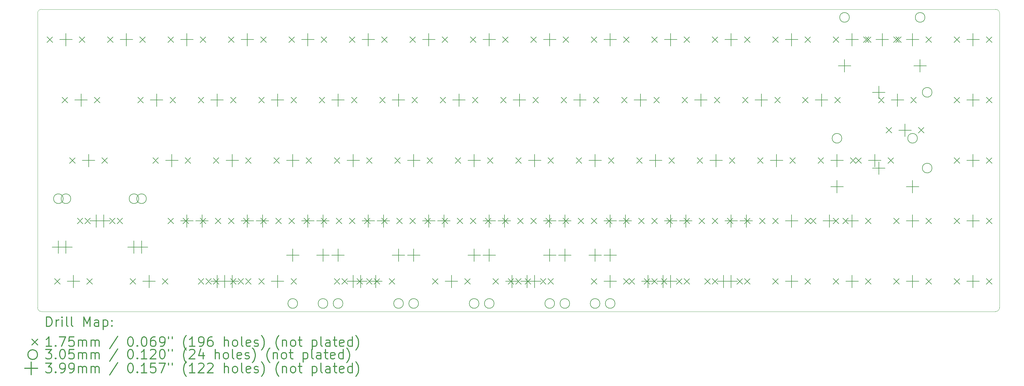
<source format=gbr>
%FSLAX45Y45*%
G04 Gerber Fmt 4.5, Leading zero omitted, Abs format (unit mm)*
G04 Created by KiCad (PCBNEW (5.1.8-0-10_14)) date 2021-09-26 01:45:02*
%MOMM*%
%LPD*%
G01*
G04 APERTURE LIST*
%TA.AperFunction,Profile*%
%ADD10C,0.050000*%
%TD*%
%ADD11C,0.200000*%
%ADD12C,0.300000*%
G04 APERTURE END LIST*
D10*
X-297657Y-12144385D02*
X29765650Y-12144385D01*
X-297657Y-2619377D02*
X29765650Y-2619377D01*
X-416719Y-2738440D02*
G75*
G02*
X-297657Y-2619377I119063J0D01*
G01*
X-416719Y-12025323D02*
X-416719Y-2738440D01*
X-297657Y-12144385D02*
G75*
G02*
X-416719Y-12025323I0J119063D01*
G01*
X29884713Y-2738440D02*
X29884713Y-12025323D01*
X29884713Y-12025323D02*
G75*
G02*
X29765650Y-12144385I-119063J0D01*
G01*
X29765650Y-2619377D02*
G75*
G02*
X29884713Y-2738440I0J-119063D01*
G01*
D11*
X11310750Y-3484375D02*
X11485750Y-3659375D01*
X11485750Y-3484375D02*
X11310750Y-3659375D01*
X12326750Y-3484375D02*
X12501750Y-3659375D01*
X12501750Y-3484375D02*
X12326750Y-3659375D01*
X6548250Y-5389375D02*
X6723250Y-5564375D01*
X6723250Y-5389375D02*
X6548250Y-5564375D01*
X7564250Y-5389375D02*
X7739250Y-5564375D01*
X7739250Y-5389375D02*
X7564250Y-5564375D01*
X26550750Y-9199375D02*
X26725750Y-9374375D01*
X26725750Y-9199375D02*
X26550750Y-9374375D01*
X27566750Y-9199375D02*
X27741750Y-9374375D01*
X27741750Y-9199375D02*
X27566750Y-9374375D01*
X9882000Y-9199375D02*
X10057000Y-9374375D01*
X10057000Y-9199375D02*
X9882000Y-9374375D01*
X10898000Y-9199375D02*
X11073000Y-9374375D01*
X11073000Y-9199375D02*
X10898000Y-9374375D01*
X28455750Y-7294375D02*
X28630750Y-7469375D01*
X28630750Y-7294375D02*
X28455750Y-7469375D01*
X29471750Y-7294375D02*
X29646750Y-7469375D01*
X29646750Y-7294375D02*
X29471750Y-7469375D01*
X24645771Y-9199383D02*
X24820771Y-9374383D01*
X24820771Y-9199383D02*
X24645771Y-9374383D01*
X25661771Y-9199383D02*
X25836771Y-9374383D01*
X25836771Y-9199383D02*
X25661771Y-9374383D01*
X25598250Y-3484375D02*
X25773250Y-3659375D01*
X25773250Y-3484375D02*
X25598250Y-3659375D01*
X26614250Y-3484375D02*
X26789250Y-3659375D01*
X26789250Y-3484375D02*
X26614250Y-3659375D01*
X17025750Y-3484375D02*
X17200750Y-3659375D01*
X17200750Y-3484375D02*
X17025750Y-3659375D01*
X18041750Y-3484375D02*
X18216750Y-3659375D01*
X18216750Y-3484375D02*
X18041750Y-3659375D01*
X28455750Y-3484375D02*
X28630750Y-3659375D01*
X28630750Y-3484375D02*
X28455750Y-3659375D01*
X29471750Y-3484375D02*
X29646750Y-3659375D01*
X29646750Y-3484375D02*
X29471750Y-3659375D01*
X4643250Y-5389375D02*
X4818250Y-5564375D01*
X4818250Y-5389375D02*
X4643250Y-5564375D01*
X5659250Y-5389375D02*
X5834250Y-5564375D01*
X5834250Y-5389375D02*
X5659250Y-5564375D01*
X20835750Y-3484375D02*
X21010750Y-3659375D01*
X21010750Y-3484375D02*
X20835750Y-3659375D01*
X21851750Y-3484375D02*
X22026750Y-3659375D01*
X22026750Y-3484375D02*
X21851750Y-3659375D01*
X18216391Y-11104384D02*
X18391391Y-11279384D01*
X18391391Y-11104384D02*
X18216391Y-11279384D01*
X19232391Y-11104384D02*
X19407391Y-11279384D01*
X19407391Y-11104384D02*
X19232391Y-11279384D01*
X7977000Y-9199375D02*
X8152000Y-9374375D01*
X8152000Y-9199375D02*
X7977000Y-9374375D01*
X8993000Y-9199375D02*
X9168000Y-9374375D01*
X9168000Y-9199375D02*
X8993000Y-9374375D01*
X13215750Y-3484375D02*
X13390750Y-3659375D01*
X13390750Y-3484375D02*
X13215750Y-3659375D01*
X14231750Y-3484375D02*
X14406750Y-3659375D01*
X14406750Y-3484375D02*
X14231750Y-3659375D01*
X20835768Y-9199383D02*
X21010768Y-9374383D01*
X21010768Y-9199383D02*
X20835768Y-9374383D01*
X21851768Y-9199383D02*
X22026768Y-9374383D01*
X22026768Y-9199383D02*
X21851768Y-9374383D01*
X25360125Y-7294375D02*
X25535125Y-7469375D01*
X25535125Y-7294375D02*
X25360125Y-7469375D01*
X26376125Y-7294375D02*
X26551125Y-7469375D01*
X26551125Y-7294375D02*
X26376125Y-7469375D01*
X23931478Y-9199414D02*
X24106478Y-9374414D01*
X24106478Y-9199414D02*
X23931478Y-9374414D01*
X24947478Y-9199414D02*
X25122478Y-9374414D01*
X25122478Y-9199414D02*
X24947478Y-9374414D01*
X9643918Y-11104422D02*
X9818918Y-11279422D01*
X9818918Y-11104422D02*
X9643918Y-11279422D01*
X10659918Y-11104422D02*
X10834918Y-11279422D01*
X10834918Y-11104422D02*
X10659918Y-11279422D01*
X8929500Y-7294375D02*
X9104500Y-7469375D01*
X9104500Y-7294375D02*
X8929500Y-7469375D01*
X9945500Y-7294375D02*
X10120500Y-7469375D01*
X10120500Y-7294375D02*
X9945500Y-7469375D01*
X24645750Y-11104375D02*
X24820750Y-11279375D01*
X24820750Y-11104375D02*
X24645750Y-11279375D01*
X25661750Y-11104375D02*
X25836750Y-11279375D01*
X25836750Y-11104375D02*
X25661750Y-11279375D01*
X12739500Y-7294375D02*
X12914500Y-7469375D01*
X12914500Y-7294375D02*
X12739500Y-7469375D01*
X13755500Y-7294375D02*
X13930500Y-7469375D01*
X13930500Y-7294375D02*
X13755500Y-7469375D01*
X11310760Y-9199383D02*
X11485760Y-9374383D01*
X11485760Y-9199383D02*
X11310760Y-9374383D01*
X12326760Y-9199383D02*
X12501760Y-9374383D01*
X12501760Y-9199383D02*
X12326760Y-9374383D01*
X357000Y-5389375D02*
X532000Y-5564375D01*
X532000Y-5389375D02*
X357000Y-5564375D01*
X1373000Y-5389375D02*
X1548000Y-5564375D01*
X1548000Y-5389375D02*
X1373000Y-5564375D01*
X15597000Y-9199375D02*
X15772000Y-9374375D01*
X15772000Y-9199375D02*
X15597000Y-9374375D01*
X16613000Y-9199375D02*
X16788000Y-9374375D01*
X16788000Y-9199375D02*
X16613000Y-9374375D01*
X26550750Y-3484375D02*
X26725750Y-3659375D01*
X26725750Y-3484375D02*
X26550750Y-3659375D01*
X27566750Y-3484375D02*
X27741750Y-3659375D01*
X27741750Y-3484375D02*
X27566750Y-3659375D01*
X5595755Y-9199383D02*
X5770755Y-9374383D01*
X5770755Y-9199383D02*
X5595755Y-9374383D01*
X6611755Y-9199383D02*
X6786755Y-9374383D01*
X6786755Y-9199383D02*
X6611755Y-9374383D01*
X22264500Y-7294375D02*
X22439500Y-7469375D01*
X22439500Y-7294375D02*
X22264500Y-7469375D01*
X23280500Y-7294375D02*
X23455500Y-7469375D01*
X23455500Y-7294375D02*
X23280500Y-7469375D01*
X5119500Y-7294375D02*
X5294500Y-7469375D01*
X5294500Y-7294375D02*
X5119500Y-7469375D01*
X6135500Y-7294375D02*
X6310500Y-7469375D01*
X6310500Y-7294375D02*
X6135500Y-7469375D01*
X17025765Y-9199383D02*
X17200765Y-9374383D01*
X17200765Y-9199383D02*
X17025765Y-9374383D01*
X18041765Y-9199383D02*
X18216765Y-9374383D01*
X18216765Y-9199383D02*
X18041765Y-9374383D01*
X7500750Y-3484375D02*
X7675750Y-3659375D01*
X7675750Y-3484375D02*
X7500750Y-3659375D01*
X8516750Y-3484375D02*
X8691750Y-3659375D01*
X8691750Y-3484375D02*
X8516750Y-3659375D01*
X19883250Y-5389375D02*
X20058250Y-5564375D01*
X20058250Y-5389375D02*
X19883250Y-5564375D01*
X20899250Y-5389375D02*
X21074250Y-5564375D01*
X21074250Y-5389375D02*
X20899250Y-5564375D01*
X7024500Y-7294375D02*
X7199500Y-7469375D01*
X7199500Y-7294375D02*
X7024500Y-7469375D01*
X8040500Y-7294375D02*
X8215500Y-7469375D01*
X8215500Y-7294375D02*
X8040500Y-7469375D01*
X26550750Y-11104375D02*
X26725750Y-11279375D01*
X26725750Y-11104375D02*
X26550750Y-11279375D01*
X27566750Y-11104375D02*
X27741750Y-11279375D01*
X27741750Y-11104375D02*
X27566750Y-11279375D01*
X15120750Y-3484375D02*
X15295750Y-3659375D01*
X15295750Y-3484375D02*
X15120750Y-3659375D01*
X16136750Y-3484375D02*
X16311750Y-3659375D01*
X16311750Y-3484375D02*
X16136750Y-3659375D01*
X26312648Y-6341880D02*
X26487648Y-6516880D01*
X26487648Y-6341880D02*
X26312648Y-6516880D01*
X27328648Y-6341880D02*
X27503648Y-6516880D01*
X27503648Y-6341880D02*
X27328648Y-6516880D01*
X-119250Y-3484375D02*
X55750Y-3659375D01*
X55750Y-3484375D02*
X-119250Y-3659375D01*
X896750Y-3484375D02*
X1071750Y-3659375D01*
X1071750Y-3484375D02*
X896750Y-3659375D01*
X3690750Y-3484375D02*
X3865750Y-3659375D01*
X3865750Y-3484375D02*
X3690750Y-3659375D01*
X4706750Y-3484375D02*
X4881750Y-3659375D01*
X4881750Y-3484375D02*
X4706750Y-3659375D01*
X4167000Y-9199375D02*
X4342000Y-9374375D01*
X4342000Y-9199375D02*
X4167000Y-9374375D01*
X5183000Y-9199375D02*
X5358000Y-9374375D01*
X5358000Y-9199375D02*
X5183000Y-9374375D01*
X21788250Y-5389375D02*
X21963250Y-5564375D01*
X21963250Y-5389375D02*
X21788250Y-5564375D01*
X22804250Y-5389375D02*
X22979250Y-5564375D01*
X22979250Y-5389375D02*
X22804250Y-5564375D01*
X20597643Y-11104384D02*
X20772643Y-11279384D01*
X20772643Y-11104384D02*
X20597643Y-11279384D01*
X21613643Y-11104384D02*
X21788643Y-11279384D01*
X21788643Y-11104384D02*
X21613643Y-11279384D01*
X2738250Y-5389375D02*
X2913250Y-5564375D01*
X2913250Y-5389375D02*
X2738250Y-5564375D01*
X3754250Y-5389375D02*
X3929250Y-5564375D01*
X3929250Y-5389375D02*
X3754250Y-5564375D01*
X10358250Y-5389375D02*
X10533250Y-5564375D01*
X10533250Y-5389375D02*
X10358250Y-5564375D01*
X11374250Y-5389375D02*
X11549250Y-5564375D01*
X11549250Y-5389375D02*
X11374250Y-5564375D01*
X1071375Y-9199375D02*
X1246375Y-9374375D01*
X1246375Y-9199375D02*
X1071375Y-9374375D01*
X2087375Y-9199375D02*
X2262375Y-9374375D01*
X2262375Y-9199375D02*
X2087375Y-9374375D01*
X22740770Y-9199383D02*
X22915770Y-9374383D01*
X22915770Y-9199383D02*
X22740770Y-9374383D01*
X23756770Y-9199383D02*
X23931770Y-9374383D01*
X23931770Y-9199383D02*
X23756770Y-9374383D01*
X13930186Y-11104422D02*
X14105186Y-11279422D01*
X14105186Y-11104422D02*
X13930186Y-11279422D01*
X14946186Y-11104422D02*
X15121186Y-11279422D01*
X15121186Y-11104422D02*
X14946186Y-11279422D01*
X833251Y-9199383D02*
X1008251Y-9374383D01*
X1008251Y-9199383D02*
X833251Y-9374383D01*
X1849251Y-9199383D02*
X2024251Y-9374383D01*
X2024251Y-9199383D02*
X1849251Y-9374383D01*
X19407000Y-9199375D02*
X19582000Y-9374375D01*
X19582000Y-9199375D02*
X19407000Y-9374375D01*
X20423000Y-9199375D02*
X20598000Y-9374375D01*
X20598000Y-9199375D02*
X20423000Y-9374375D01*
X9405750Y-3484375D02*
X9580750Y-3659375D01*
X9580750Y-3484375D02*
X9405750Y-3659375D01*
X10421750Y-3484375D02*
X10596750Y-3659375D01*
X10596750Y-3484375D02*
X10421750Y-3659375D01*
X14644500Y-7294375D02*
X14819500Y-7469375D01*
X14819500Y-7294375D02*
X14644500Y-7469375D01*
X15660500Y-7294375D02*
X15835500Y-7469375D01*
X15835500Y-7294375D02*
X15660500Y-7469375D01*
X20835750Y-11104375D02*
X21010750Y-11279375D01*
X21010750Y-11104375D02*
X20835750Y-11279375D01*
X21851750Y-11104375D02*
X22026750Y-11279375D01*
X22026750Y-11104375D02*
X21851750Y-11279375D01*
X28455750Y-5389375D02*
X28630750Y-5564375D01*
X28630750Y-5389375D02*
X28455750Y-5564375D01*
X29471750Y-5389375D02*
X29646750Y-5564375D01*
X29646750Y-5389375D02*
X29471750Y-5564375D01*
X17978250Y-5389375D02*
X18153250Y-5564375D01*
X18153250Y-5389375D02*
X17978250Y-5564375D01*
X18994250Y-5389375D02*
X19169250Y-5564375D01*
X19169250Y-5389375D02*
X18994250Y-5564375D01*
X21312000Y-9199375D02*
X21487000Y-9374375D01*
X21487000Y-9199375D02*
X21312000Y-9374375D01*
X22328000Y-9199375D02*
X22503000Y-9374375D01*
X22503000Y-9199375D02*
X22328000Y-9374375D01*
X4643254Y-11104384D02*
X4818254Y-11279384D01*
X4818254Y-11104384D02*
X4643254Y-11279384D01*
X5659254Y-11104384D02*
X5834254Y-11279384D01*
X5834254Y-11104384D02*
X5659254Y-11279384D01*
X7500757Y-9199383D02*
X7675757Y-9374383D01*
X7675757Y-9199383D02*
X7500757Y-9374383D01*
X8516757Y-9199383D02*
X8691757Y-9374383D01*
X8691757Y-9199383D02*
X8516757Y-9374383D01*
X22740750Y-11104375D02*
X22915750Y-11279375D01*
X22915750Y-11104375D02*
X22740750Y-11279375D01*
X23756750Y-11104375D02*
X23931750Y-11279375D01*
X23931750Y-11104375D02*
X23756750Y-11279375D01*
X16073250Y-5389375D02*
X16248250Y-5564375D01*
X16248250Y-5389375D02*
X16073250Y-5564375D01*
X17089250Y-5389375D02*
X17264250Y-5564375D01*
X17264250Y-5389375D02*
X17089250Y-5564375D01*
X13692000Y-9199375D02*
X13867000Y-9374375D01*
X13867000Y-9199375D02*
X13692000Y-9374375D01*
X14708000Y-9199375D02*
X14883000Y-9374375D01*
X14883000Y-9199375D02*
X14708000Y-9374375D01*
X17502000Y-9199375D02*
X17677000Y-9374375D01*
X17677000Y-9199375D02*
X17502000Y-9374375D01*
X18518000Y-9199375D02*
X18693000Y-9374375D01*
X18693000Y-9199375D02*
X18518000Y-9374375D01*
X6548250Y-11104375D02*
X6723250Y-11279375D01*
X6723250Y-11104375D02*
X6548250Y-11279375D01*
X7564250Y-11104375D02*
X7739250Y-11279375D01*
X7739250Y-11104375D02*
X7564250Y-11279375D01*
X12025136Y-11104384D02*
X12200136Y-11279384D01*
X12200136Y-11104384D02*
X12025136Y-11279384D01*
X13041136Y-11104384D02*
X13216136Y-11279384D01*
X13216136Y-11104384D02*
X13041136Y-11279384D01*
X6072000Y-9199375D02*
X6247000Y-9374375D01*
X6247000Y-9199375D02*
X6072000Y-9374375D01*
X7088000Y-9199375D02*
X7263000Y-9374375D01*
X7263000Y-9199375D02*
X7088000Y-9374375D01*
X28455750Y-9199375D02*
X28630750Y-9374375D01*
X28630750Y-9199375D02*
X28455750Y-9374375D01*
X29471750Y-9199375D02*
X29646750Y-9374375D01*
X29646750Y-9199375D02*
X29471750Y-9374375D01*
X9167666Y-11104422D02*
X9342666Y-11279422D01*
X9342666Y-11104422D02*
X9167666Y-11279422D01*
X10183666Y-11104422D02*
X10358666Y-11279422D01*
X10358666Y-11104422D02*
X10183666Y-11279422D01*
X13215762Y-9199383D02*
X13390762Y-9374383D01*
X13390762Y-9199383D02*
X13215762Y-9374383D01*
X14231762Y-9199383D02*
X14406762Y-9374383D01*
X14406762Y-9199383D02*
X14231762Y-9374383D01*
X4881375Y-11104375D02*
X5056375Y-11279375D01*
X5056375Y-11104375D02*
X4881375Y-11279375D01*
X5897375Y-11104375D02*
X6072375Y-11279375D01*
X6072375Y-11104375D02*
X5897375Y-11279375D01*
X26074500Y-5389375D02*
X26249500Y-5564375D01*
X26249500Y-5389375D02*
X26074500Y-5564375D01*
X27090500Y-5389375D02*
X27265500Y-5564375D01*
X27265500Y-5389375D02*
X27090500Y-5564375D01*
X20359500Y-7294375D02*
X20534500Y-7469375D01*
X20534500Y-7294375D02*
X20359500Y-7469375D01*
X21375500Y-7294375D02*
X21550500Y-7469375D01*
X21550500Y-7294375D02*
X21375500Y-7469375D01*
X24169521Y-7294381D02*
X24344521Y-7469381D01*
X24344521Y-7294381D02*
X24169521Y-7469381D01*
X25185521Y-7294381D02*
X25360521Y-7469381D01*
X25360521Y-7294381D02*
X25185521Y-7469381D01*
X24645750Y-3484375D02*
X24820750Y-3659375D01*
X24820750Y-3484375D02*
X24645750Y-3659375D01*
X25661750Y-3484375D02*
X25836750Y-3659375D01*
X25836750Y-3484375D02*
X25661750Y-3659375D01*
X595125Y-7294375D02*
X770125Y-7469375D01*
X770125Y-7294375D02*
X595125Y-7469375D01*
X1611125Y-7294375D02*
X1786125Y-7469375D01*
X1786125Y-7294375D02*
X1611125Y-7469375D01*
X8929500Y-11104375D02*
X9104500Y-11279375D01*
X9104500Y-11104375D02*
X8929500Y-11279375D01*
X9945500Y-11104375D02*
X10120500Y-11279375D01*
X10120500Y-11104375D02*
X9945500Y-11279375D01*
X3214500Y-7294375D02*
X3389500Y-7469375D01*
X3389500Y-7294375D02*
X3214500Y-7469375D01*
X4230500Y-7294375D02*
X4405500Y-7469375D01*
X4405500Y-7294375D02*
X4230500Y-7469375D01*
X18692625Y-11104375D02*
X18867625Y-11279375D01*
X18867625Y-11104375D02*
X18692625Y-11279375D01*
X19708625Y-11104375D02*
X19883625Y-11279375D01*
X19883625Y-11104375D02*
X19708625Y-11279375D01*
X5595750Y-3484375D02*
X5770750Y-3659375D01*
X5770750Y-3484375D02*
X5595750Y-3659375D01*
X6611750Y-3484375D02*
X6786750Y-3659375D01*
X6786750Y-3484375D02*
X6611750Y-3659375D01*
X14406438Y-11104422D02*
X14581438Y-11279422D01*
X14581438Y-11104422D02*
X14406438Y-11279422D01*
X15422438Y-11104422D02*
X15597438Y-11279422D01*
X15597438Y-11104422D02*
X15422438Y-11279422D01*
X18930766Y-9199383D02*
X19105766Y-9374383D01*
X19105766Y-9199383D02*
X18930766Y-9374383D01*
X19946766Y-9199383D02*
X20121766Y-9374383D01*
X20121766Y-9199383D02*
X19946766Y-9374383D01*
X22740750Y-3484375D02*
X22915750Y-3659375D01*
X22915750Y-3484375D02*
X22740750Y-3659375D01*
X23756750Y-3484375D02*
X23931750Y-3659375D01*
X23931750Y-3484375D02*
X23756750Y-3659375D01*
X2500125Y-11104375D02*
X2675125Y-11279375D01*
X2675125Y-11104375D02*
X2500125Y-11279375D01*
X3516125Y-11104375D02*
X3691125Y-11279375D01*
X3691125Y-11104375D02*
X3516125Y-11279375D01*
X5119505Y-11104384D02*
X5294505Y-11279384D01*
X5294505Y-11104384D02*
X5119505Y-11279384D01*
X6135505Y-11104384D02*
X6310505Y-11279384D01*
X6310505Y-11104384D02*
X6135505Y-11279384D01*
X11787000Y-9199375D02*
X11962000Y-9374375D01*
X11962000Y-9199375D02*
X11787000Y-9374375D01*
X12803000Y-9199375D02*
X12978000Y-9374375D01*
X12978000Y-9199375D02*
X12803000Y-9374375D01*
X9405758Y-9199383D02*
X9580758Y-9374383D01*
X9580758Y-9199383D02*
X9405758Y-9374383D01*
X10421758Y-9199383D02*
X10596758Y-9374383D01*
X10596758Y-9199383D02*
X10421758Y-9374383D01*
X118875Y-11104375D02*
X293875Y-11279375D01*
X293875Y-11104375D02*
X118875Y-11279375D01*
X1134875Y-11104375D02*
X1309875Y-11279375D01*
X1309875Y-11104375D02*
X1134875Y-11279375D01*
X1785750Y-3484375D02*
X1960750Y-3659375D01*
X1960750Y-3484375D02*
X1785750Y-3659375D01*
X2801750Y-3484375D02*
X2976750Y-3659375D01*
X2976750Y-3484375D02*
X2801750Y-3659375D01*
X12263250Y-5389375D02*
X12438250Y-5564375D01*
X12438250Y-5389375D02*
X12263250Y-5564375D01*
X13279250Y-5389375D02*
X13454250Y-5564375D01*
X13454250Y-5389375D02*
X13279250Y-5564375D01*
X16549500Y-7294375D02*
X16724500Y-7469375D01*
X16724500Y-7294375D02*
X16549500Y-7469375D01*
X17565500Y-7294375D02*
X17740500Y-7469375D01*
X17740500Y-7294375D02*
X17565500Y-7469375D01*
X10834500Y-7294375D02*
X11009500Y-7469375D01*
X11009500Y-7294375D02*
X10834500Y-7469375D01*
X11850500Y-7294375D02*
X12025500Y-7469375D01*
X12025500Y-7294375D02*
X11850500Y-7469375D01*
X14168250Y-5389375D02*
X14343250Y-5564375D01*
X14343250Y-5389375D02*
X14168250Y-5564375D01*
X15184250Y-5389375D02*
X15359250Y-5564375D01*
X15359250Y-5389375D02*
X15184250Y-5564375D01*
X3690754Y-9199383D02*
X3865754Y-9374383D01*
X3865754Y-9199383D02*
X3690754Y-9374383D01*
X4706754Y-9199383D02*
X4881754Y-9374383D01*
X4881754Y-9199383D02*
X4706754Y-9374383D01*
X23684250Y-5389375D02*
X23859250Y-5564375D01*
X23859250Y-5389375D02*
X23684250Y-5564375D01*
X24700250Y-5389375D02*
X24875250Y-5564375D01*
X24875250Y-5389375D02*
X24700250Y-5564375D01*
X14644500Y-11104375D02*
X14819500Y-11279375D01*
X14819500Y-11104375D02*
X14644500Y-11279375D01*
X15660500Y-11104375D02*
X15835500Y-11279375D01*
X15835500Y-11104375D02*
X15660500Y-11279375D01*
X17025750Y-11104375D02*
X17200750Y-11279375D01*
X17200750Y-11104375D02*
X17025750Y-11279375D01*
X18041750Y-11104375D02*
X18216750Y-11279375D01*
X18216750Y-11104375D02*
X18041750Y-11279375D01*
X18930766Y-11104384D02*
X19105766Y-11279384D01*
X19105766Y-11104384D02*
X18930766Y-11279384D01*
X19946766Y-11104384D02*
X20121766Y-11279384D01*
X20121766Y-11104384D02*
X19946766Y-11279384D01*
X8453250Y-5389375D02*
X8628250Y-5564375D01*
X8628250Y-5389375D02*
X8453250Y-5564375D01*
X9469250Y-5389375D02*
X9644250Y-5564375D01*
X9644250Y-5389375D02*
X9469250Y-5564375D01*
X28455750Y-11104375D02*
X28630750Y-11279375D01*
X28630750Y-11104375D02*
X28455750Y-11279375D01*
X29471750Y-11104375D02*
X29646750Y-11279375D01*
X29646750Y-11104375D02*
X29471750Y-11279375D01*
X15120763Y-9199383D02*
X15295763Y-9374383D01*
X15295763Y-9199383D02*
X15120763Y-9374383D01*
X16136763Y-9199383D02*
X16311763Y-9374383D01*
X16311763Y-9199383D02*
X16136763Y-9374383D01*
X18930750Y-3484375D02*
X19105750Y-3659375D01*
X19105750Y-3484375D02*
X18930750Y-3659375D01*
X19946750Y-3484375D02*
X20121750Y-3659375D01*
X20121750Y-3484375D02*
X19946750Y-3659375D01*
X18454500Y-7294375D02*
X18629500Y-7469375D01*
X18629500Y-7294375D02*
X18454500Y-7469375D01*
X19470500Y-7294375D02*
X19645500Y-7469375D01*
X19645500Y-7294375D02*
X19470500Y-7469375D01*
X13487461Y-11890422D02*
G75*
G03*
X13487461Y-11890422I-152400J0D01*
G01*
X15868711Y-11890422D02*
G75*
G03*
X15868711Y-11890422I-152400J0D01*
G01*
X390526Y-8588383D02*
G75*
G03*
X390526Y-8588383I-152400J0D01*
G01*
X2771776Y-8588383D02*
G75*
G03*
X2771776Y-8588383I-152400J0D01*
G01*
X7773046Y-11890384D02*
G75*
G03*
X7773046Y-11890384I-152400J0D01*
G01*
X17773026Y-11890384D02*
G75*
G03*
X17773026Y-11890384I-152400J0D01*
G01*
X8724941Y-11890422D02*
G75*
G03*
X8724941Y-11890422I-152400J0D01*
G01*
X11106191Y-11890422D02*
G75*
G03*
X11106191Y-11890422I-152400J0D01*
G01*
X7772400Y-11890375D02*
G75*
G03*
X7772400Y-11890375I-152400J0D01*
G01*
X11582400Y-11890375D02*
G75*
G03*
X11582400Y-11890375I-152400J0D01*
G01*
X13963713Y-11890422D02*
G75*
G03*
X13963713Y-11890422I-152400J0D01*
G01*
X16344963Y-11890422D02*
G75*
G03*
X16344963Y-11890422I-152400J0D01*
G01*
X13487400Y-11890375D02*
G75*
G03*
X13487400Y-11890375I-152400J0D01*
G01*
X17297400Y-11890375D02*
G75*
G03*
X17297400Y-11890375I-152400J0D01*
G01*
X25155525Y-2873375D02*
G75*
G03*
X25155525Y-2873375I-152400J0D01*
G01*
X27536775Y-2873375D02*
G75*
G03*
X27536775Y-2873375I-152400J0D01*
G01*
X24917400Y-6683375D02*
G75*
G03*
X24917400Y-6683375I-152400J0D01*
G01*
X27298650Y-6683375D02*
G75*
G03*
X27298650Y-6683375I-152400J0D01*
G01*
X9201193Y-11890422D02*
G75*
G03*
X9201193Y-11890422I-152400J0D01*
G01*
X11582443Y-11890422D02*
G75*
G03*
X11582443Y-11890422I-152400J0D01*
G01*
X27759048Y-5235580D02*
G75*
G03*
X27759048Y-5235580I-152400J0D01*
G01*
X27759048Y-7623180D02*
G75*
G03*
X27759048Y-7623180I-152400J0D01*
G01*
X628650Y-8588375D02*
G75*
G03*
X628650Y-8588375I-152400J0D01*
G01*
X3009900Y-8588375D02*
G75*
G03*
X3009900Y-8588375I-152400J0D01*
G01*
X20478750Y-5277485D02*
X20478750Y-5676265D01*
X20279360Y-5476875D02*
X20678140Y-5476875D01*
X7620000Y-7182485D02*
X7620000Y-7581265D01*
X7420610Y-7381875D02*
X7819390Y-7381875D01*
X27146250Y-10992485D02*
X27146250Y-11391265D01*
X26946860Y-11191875D02*
X27345640Y-11191875D01*
X15716250Y-3372485D02*
X15716250Y-3771265D01*
X15516860Y-3571875D02*
X15915640Y-3571875D01*
X26082648Y-5036190D02*
X26082648Y-5434970D01*
X25883258Y-5235580D02*
X26282038Y-5235580D01*
X26082648Y-7423790D02*
X26082648Y-7822570D01*
X25883258Y-7623180D02*
X26282038Y-7623180D01*
X26908148Y-6229990D02*
X26908148Y-6628770D01*
X26708758Y-6429380D02*
X27107538Y-6429380D01*
X476250Y-3372485D02*
X476250Y-3771265D01*
X276860Y-3571875D02*
X675640Y-3571875D01*
X4286250Y-3372485D02*
X4286250Y-3771265D01*
X4086860Y-3571875D02*
X4485640Y-3571875D01*
X4762500Y-9087485D02*
X4762500Y-9486265D01*
X4563110Y-9286875D02*
X4961890Y-9286875D01*
X22383750Y-5277485D02*
X22383750Y-5676265D01*
X22184360Y-5476875D02*
X22583140Y-5476875D01*
X21193143Y-10992494D02*
X21193143Y-11391274D01*
X20993753Y-11191884D02*
X21392533Y-11191884D01*
X3333750Y-5277485D02*
X3333750Y-5676265D01*
X3134360Y-5476875D02*
X3533140Y-5476875D01*
X10953750Y-5277485D02*
X10953750Y-5676265D01*
X10754360Y-5476875D02*
X11153140Y-5476875D01*
X476250Y-9912985D02*
X476250Y-10311765D01*
X276860Y-10112375D02*
X675640Y-10112375D01*
X1666875Y-9087485D02*
X1666875Y-9486265D01*
X1467485Y-9286875D02*
X1866265Y-9286875D01*
X2857500Y-9912985D02*
X2857500Y-10311765D01*
X2658110Y-10112375D02*
X3056890Y-10112375D01*
X23336270Y-9087493D02*
X23336270Y-9486273D01*
X23136880Y-9286883D02*
X23535660Y-9286883D01*
X13335061Y-10167032D02*
X13335061Y-10565812D01*
X13135671Y-10366422D02*
X13534451Y-10366422D01*
X14525686Y-10992532D02*
X14525686Y-11391312D01*
X14326296Y-11191922D02*
X14725076Y-11191922D01*
X15716311Y-10167032D02*
X15716311Y-10565812D01*
X15516921Y-10366422D02*
X15915701Y-10366422D01*
X238126Y-9912993D02*
X238126Y-10311773D01*
X38736Y-10112383D02*
X437516Y-10112383D01*
X1428751Y-9087493D02*
X1428751Y-9486273D01*
X1229361Y-9286883D02*
X1628141Y-9286883D01*
X2619376Y-9912993D02*
X2619376Y-10311773D01*
X2419986Y-10112383D02*
X2818766Y-10112383D01*
X20002500Y-9087485D02*
X20002500Y-9486265D01*
X19803110Y-9286875D02*
X20201890Y-9286875D01*
X10001250Y-3372485D02*
X10001250Y-3771265D01*
X9801860Y-3571875D02*
X10200640Y-3571875D01*
X15240000Y-7182485D02*
X15240000Y-7581265D01*
X15040610Y-7381875D02*
X15439390Y-7381875D01*
X21431250Y-10992485D02*
X21431250Y-11391265D01*
X21231860Y-11191875D02*
X21630640Y-11191875D01*
X29051250Y-5277485D02*
X29051250Y-5676265D01*
X28851860Y-5476875D02*
X29250640Y-5476875D01*
X18573750Y-5277485D02*
X18573750Y-5676265D01*
X18374360Y-5476875D02*
X18773140Y-5476875D01*
X21907500Y-9087485D02*
X21907500Y-9486265D01*
X21708110Y-9286875D02*
X22106890Y-9286875D01*
X5238754Y-10992494D02*
X5238754Y-11391274D01*
X5039364Y-11191884D02*
X5438144Y-11191884D01*
X8096257Y-9087493D02*
X8096257Y-9486273D01*
X7896867Y-9286883D02*
X8295647Y-9286883D01*
X23336250Y-10992485D02*
X23336250Y-11391265D01*
X23136860Y-11191875D02*
X23535640Y-11191875D01*
X16668750Y-5277485D02*
X16668750Y-5676265D01*
X16469360Y-5476875D02*
X16868140Y-5476875D01*
X14287500Y-9087485D02*
X14287500Y-9486265D01*
X14088110Y-9286875D02*
X14486890Y-9286875D01*
X18097500Y-9087485D02*
X18097500Y-9486265D01*
X17898110Y-9286875D02*
X18296890Y-9286875D01*
X7143750Y-10992485D02*
X7143750Y-11391265D01*
X6944360Y-11191875D02*
X7343140Y-11191875D01*
X7620646Y-10166994D02*
X7620646Y-10565774D01*
X7421256Y-10366384D02*
X7820036Y-10366384D01*
X12620636Y-10992494D02*
X12620636Y-11391274D01*
X12421246Y-11191884D02*
X12820026Y-11191884D01*
X17620626Y-10166994D02*
X17620626Y-10565774D01*
X17421236Y-10366384D02*
X17820016Y-10366384D01*
X6667500Y-9087485D02*
X6667500Y-9486265D01*
X6468110Y-9286875D02*
X6866890Y-9286875D01*
X29051250Y-9087485D02*
X29051250Y-9486265D01*
X28851860Y-9286875D02*
X29250640Y-9286875D01*
X8572541Y-10167032D02*
X8572541Y-10565812D01*
X8373151Y-10366422D02*
X8771931Y-10366422D01*
X9763166Y-10992532D02*
X9763166Y-11391312D01*
X9563776Y-11191922D02*
X9962556Y-11191922D01*
X10953791Y-10167032D02*
X10953791Y-10565812D01*
X10754401Y-10366422D02*
X11153181Y-10366422D01*
X13811262Y-9087493D02*
X13811262Y-9486273D01*
X13611872Y-9286883D02*
X14010652Y-9286883D01*
X5476875Y-10992485D02*
X5476875Y-11391265D01*
X5277485Y-11191875D02*
X5676265Y-11191875D01*
X26670000Y-5277485D02*
X26670000Y-5676265D01*
X26470610Y-5476875D02*
X26869390Y-5476875D01*
X20955000Y-7182485D02*
X20955000Y-7581265D01*
X20755610Y-7381875D02*
X21154390Y-7381875D01*
X24765021Y-7182491D02*
X24765021Y-7581271D01*
X24565631Y-7381881D02*
X24964411Y-7381881D01*
X25241250Y-3372485D02*
X25241250Y-3771265D01*
X25041860Y-3571875D02*
X25440640Y-3571875D01*
X1190625Y-7182485D02*
X1190625Y-7581265D01*
X991235Y-7381875D02*
X1390015Y-7381875D01*
X7620000Y-10166985D02*
X7620000Y-10565765D01*
X7420610Y-10366375D02*
X7819390Y-10366375D01*
X9525000Y-10992485D02*
X9525000Y-11391265D01*
X9325610Y-11191875D02*
X9724390Y-11191875D01*
X11430000Y-10166985D02*
X11430000Y-10565765D01*
X11230610Y-10366375D02*
X11629390Y-10366375D01*
X3810000Y-7182485D02*
X3810000Y-7581265D01*
X3610610Y-7381875D02*
X4009390Y-7381875D01*
X19288125Y-10992485D02*
X19288125Y-11391265D01*
X19088735Y-11191875D02*
X19487515Y-11191875D01*
X6191250Y-3372485D02*
X6191250Y-3771265D01*
X5991860Y-3571875D02*
X6390640Y-3571875D01*
X13811313Y-10167032D02*
X13811313Y-10565812D01*
X13611923Y-10366422D02*
X14010703Y-10366422D01*
X15001938Y-10992532D02*
X15001938Y-11391312D01*
X14802548Y-11191922D02*
X15201328Y-11191922D01*
X16192563Y-10167032D02*
X16192563Y-10565812D01*
X15993173Y-10366422D02*
X16391953Y-10366422D01*
X19526266Y-9087493D02*
X19526266Y-9486273D01*
X19326876Y-9286883D02*
X19725656Y-9286883D01*
X23336250Y-3372485D02*
X23336250Y-3771265D01*
X23136860Y-3571875D02*
X23535640Y-3571875D01*
X3095625Y-10992485D02*
X3095625Y-11391265D01*
X2896235Y-11191875D02*
X3295015Y-11191875D01*
X5715005Y-10992494D02*
X5715005Y-11391274D01*
X5515615Y-11191884D02*
X5914395Y-11191884D01*
X12382500Y-9087485D02*
X12382500Y-9486265D01*
X12183110Y-9286875D02*
X12581890Y-9286875D01*
X10001258Y-9087493D02*
X10001258Y-9486273D01*
X9801868Y-9286883D02*
X10200648Y-9286883D01*
X714375Y-10992485D02*
X714375Y-11391265D01*
X514985Y-11191875D02*
X913765Y-11191875D01*
X2381250Y-3372485D02*
X2381250Y-3771265D01*
X2181860Y-3571875D02*
X2580640Y-3571875D01*
X12858750Y-5277485D02*
X12858750Y-5676265D01*
X12659360Y-5476875D02*
X13058140Y-5476875D01*
X17145000Y-7182485D02*
X17145000Y-7581265D01*
X16945610Y-7381875D02*
X17344390Y-7381875D01*
X11430000Y-7182485D02*
X11430000Y-7581265D01*
X11230610Y-7381875D02*
X11629390Y-7381875D01*
X14763750Y-5277485D02*
X14763750Y-5676265D01*
X14564360Y-5476875D02*
X14963140Y-5476875D01*
X4286254Y-9087493D02*
X4286254Y-9486273D01*
X4086864Y-9286883D02*
X4485644Y-9286883D01*
X24279750Y-5277485D02*
X24279750Y-5676265D01*
X24080360Y-5476875D02*
X24479140Y-5476875D01*
X13335000Y-10166985D02*
X13335000Y-10565765D01*
X13135610Y-10366375D02*
X13534390Y-10366375D01*
X15240000Y-10992485D02*
X15240000Y-11391265D01*
X15040610Y-11191875D02*
X15439390Y-11191875D01*
X17145000Y-10166985D02*
X17145000Y-10565765D01*
X16945610Y-10366375D02*
X17344390Y-10366375D01*
X17621250Y-10992485D02*
X17621250Y-11391265D01*
X17421860Y-11191875D02*
X17820640Y-11191875D01*
X19526266Y-10992494D02*
X19526266Y-11391274D01*
X19326876Y-11191884D02*
X19725656Y-11191884D01*
X9048750Y-5277485D02*
X9048750Y-5676265D01*
X8849360Y-5476875D02*
X9248140Y-5476875D01*
X29051250Y-10992485D02*
X29051250Y-11391265D01*
X28851860Y-11191875D02*
X29250640Y-11191875D01*
X15716263Y-9087493D02*
X15716263Y-9486273D01*
X15516873Y-9286883D02*
X15915653Y-9286883D01*
X19526250Y-3372485D02*
X19526250Y-3771265D01*
X19326860Y-3571875D02*
X19725640Y-3571875D01*
X19050000Y-7182485D02*
X19050000Y-7581265D01*
X18850610Y-7381875D02*
X19249390Y-7381875D01*
X11906250Y-3372485D02*
X11906250Y-3771265D01*
X11706860Y-3571875D02*
X12105640Y-3571875D01*
X7143750Y-5277485D02*
X7143750Y-5676265D01*
X6944360Y-5476875D02*
X7343140Y-5476875D01*
X27146250Y-9087485D02*
X27146250Y-9486265D01*
X26946860Y-9286875D02*
X27345640Y-9286875D01*
X10477500Y-9087485D02*
X10477500Y-9486265D01*
X10278110Y-9286875D02*
X10676890Y-9286875D01*
X29051250Y-7182485D02*
X29051250Y-7581265D01*
X28851860Y-7381875D02*
X29250640Y-7381875D01*
X25241271Y-9087493D02*
X25241271Y-9486273D01*
X25041881Y-9286883D02*
X25440661Y-9286883D01*
X25003125Y-4197985D02*
X25003125Y-4596765D01*
X24803735Y-4397375D02*
X25202515Y-4397375D01*
X26193750Y-3372485D02*
X26193750Y-3771265D01*
X25994360Y-3571875D02*
X26393140Y-3571875D01*
X27384375Y-4197985D02*
X27384375Y-4596765D01*
X27184985Y-4397375D02*
X27583765Y-4397375D01*
X17621250Y-3372485D02*
X17621250Y-3771265D01*
X17421860Y-3571875D02*
X17820640Y-3571875D01*
X29051250Y-3372485D02*
X29051250Y-3771265D01*
X28851860Y-3571875D02*
X29250640Y-3571875D01*
X5238750Y-5277485D02*
X5238750Y-5676265D01*
X5039360Y-5476875D02*
X5438140Y-5476875D01*
X21431250Y-3372485D02*
X21431250Y-3771265D01*
X21231860Y-3571875D02*
X21630640Y-3571875D01*
X18811891Y-10992494D02*
X18811891Y-11391274D01*
X18612501Y-11191884D02*
X19011281Y-11191884D01*
X8572500Y-9087485D02*
X8572500Y-9486265D01*
X8373110Y-9286875D02*
X8771890Y-9286875D01*
X13811250Y-3372485D02*
X13811250Y-3771265D01*
X13611860Y-3571875D02*
X14010640Y-3571875D01*
X21431268Y-9087493D02*
X21431268Y-9486273D01*
X21231878Y-9286883D02*
X21630658Y-9286883D01*
X24765000Y-8007985D02*
X24765000Y-8406765D01*
X24565610Y-8207375D02*
X24964390Y-8207375D01*
X25955625Y-7182485D02*
X25955625Y-7581265D01*
X25756235Y-7381875D02*
X26155015Y-7381875D01*
X27146250Y-8007985D02*
X27146250Y-8406765D01*
X26946860Y-8207375D02*
X27345640Y-8207375D01*
X24526978Y-9087524D02*
X24526978Y-9486304D01*
X24327588Y-9286914D02*
X24726368Y-9286914D01*
X9048793Y-10167032D02*
X9048793Y-10565812D01*
X8849403Y-10366422D02*
X9248183Y-10366422D01*
X10239418Y-10992532D02*
X10239418Y-11391312D01*
X10040028Y-11191922D02*
X10438808Y-11191922D01*
X11430043Y-10167032D02*
X11430043Y-10565812D01*
X11230653Y-10366422D02*
X11629433Y-10366422D01*
X9525000Y-7182485D02*
X9525000Y-7581265D01*
X9325610Y-7381875D02*
X9724390Y-7381875D01*
X25241250Y-10992485D02*
X25241250Y-11391265D01*
X25041860Y-11191875D02*
X25440640Y-11191875D01*
X13335000Y-7182485D02*
X13335000Y-7581265D01*
X13135610Y-7381875D02*
X13534390Y-7381875D01*
X11906260Y-9087493D02*
X11906260Y-9486273D01*
X11706870Y-9286883D02*
X12105650Y-9286883D01*
X952500Y-5277485D02*
X952500Y-5676265D01*
X753110Y-5476875D02*
X1151890Y-5476875D01*
X16192500Y-9087485D02*
X16192500Y-9486265D01*
X15993110Y-9286875D02*
X16391890Y-9286875D01*
X27146250Y-3372485D02*
X27146250Y-3771265D01*
X26946860Y-3571875D02*
X27345640Y-3571875D01*
X6191255Y-9087493D02*
X6191255Y-9486273D01*
X5991865Y-9286883D02*
X6390645Y-9286883D01*
X22860000Y-7182485D02*
X22860000Y-7581265D01*
X22660610Y-7381875D02*
X23059390Y-7381875D01*
X5715000Y-7182485D02*
X5715000Y-7581265D01*
X5515610Y-7381875D02*
X5914390Y-7381875D01*
X17621265Y-9087493D02*
X17621265Y-9486273D01*
X17421875Y-9286883D02*
X17820655Y-9286883D01*
X8096250Y-3372485D02*
X8096250Y-3771265D01*
X7896860Y-3571875D02*
X8295640Y-3571875D01*
D12*
X-132791Y-12612599D02*
X-132791Y-12312599D01*
X-61362Y-12312599D01*
X-18505Y-12326885D01*
X10067Y-12355457D01*
X24352Y-12384028D01*
X38638Y-12441171D01*
X38638Y-12484028D01*
X24352Y-12541171D01*
X10067Y-12569742D01*
X-18505Y-12598314D01*
X-61362Y-12612599D01*
X-132791Y-12612599D01*
X167209Y-12612599D02*
X167209Y-12412599D01*
X167209Y-12469742D02*
X181495Y-12441171D01*
X195781Y-12426885D01*
X224352Y-12412599D01*
X252924Y-12412599D01*
X352924Y-12612599D02*
X352924Y-12412599D01*
X352924Y-12312599D02*
X338638Y-12326885D01*
X352924Y-12341171D01*
X367209Y-12326885D01*
X352924Y-12312599D01*
X352924Y-12341171D01*
X538638Y-12612599D02*
X510066Y-12598314D01*
X495781Y-12569742D01*
X495781Y-12312599D01*
X695781Y-12612599D02*
X667209Y-12598314D01*
X652924Y-12569742D01*
X652924Y-12312599D01*
X1038638Y-12612599D02*
X1038638Y-12312599D01*
X1138638Y-12526885D01*
X1238638Y-12312599D01*
X1238638Y-12612599D01*
X1510066Y-12612599D02*
X1510066Y-12455457D01*
X1495781Y-12426885D01*
X1467209Y-12412599D01*
X1410066Y-12412599D01*
X1381495Y-12426885D01*
X1510066Y-12598314D02*
X1481495Y-12612599D01*
X1410066Y-12612599D01*
X1381495Y-12598314D01*
X1367209Y-12569742D01*
X1367209Y-12541171D01*
X1381495Y-12512599D01*
X1410066Y-12498314D01*
X1481495Y-12498314D01*
X1510066Y-12484028D01*
X1652924Y-12412599D02*
X1652924Y-12712599D01*
X1652924Y-12426885D02*
X1681495Y-12412599D01*
X1738638Y-12412599D01*
X1767209Y-12426885D01*
X1781495Y-12441171D01*
X1795781Y-12469742D01*
X1795781Y-12555457D01*
X1781495Y-12584028D01*
X1767209Y-12598314D01*
X1738638Y-12612599D01*
X1681495Y-12612599D01*
X1652924Y-12598314D01*
X1924352Y-12584028D02*
X1938638Y-12598314D01*
X1924352Y-12612599D01*
X1910066Y-12598314D01*
X1924352Y-12584028D01*
X1924352Y-12612599D01*
X1924352Y-12426885D02*
X1938638Y-12441171D01*
X1924352Y-12455457D01*
X1910066Y-12441171D01*
X1924352Y-12426885D01*
X1924352Y-12455457D01*
X-594219Y-13019385D02*
X-419219Y-13194385D01*
X-419219Y-13019385D02*
X-594219Y-13194385D01*
X24352Y-13242599D02*
X-147076Y-13242599D01*
X-61362Y-13242599D02*
X-61362Y-12942599D01*
X-89933Y-12985457D01*
X-118505Y-13014028D01*
X-147076Y-13028314D01*
X152924Y-13214028D02*
X167209Y-13228314D01*
X152924Y-13242599D01*
X138638Y-13228314D01*
X152924Y-13214028D01*
X152924Y-13242599D01*
X267209Y-12942599D02*
X467209Y-12942599D01*
X338638Y-13242599D01*
X724352Y-12942599D02*
X581495Y-12942599D01*
X567209Y-13085457D01*
X581495Y-13071171D01*
X610067Y-13056885D01*
X681495Y-13056885D01*
X710066Y-13071171D01*
X724352Y-13085457D01*
X738638Y-13114028D01*
X738638Y-13185457D01*
X724352Y-13214028D01*
X710066Y-13228314D01*
X681495Y-13242599D01*
X610067Y-13242599D01*
X581495Y-13228314D01*
X567209Y-13214028D01*
X867209Y-13242599D02*
X867209Y-13042599D01*
X867209Y-13071171D02*
X881495Y-13056885D01*
X910066Y-13042599D01*
X952924Y-13042599D01*
X981495Y-13056885D01*
X995781Y-13085457D01*
X995781Y-13242599D01*
X995781Y-13085457D02*
X1010066Y-13056885D01*
X1038638Y-13042599D01*
X1081495Y-13042599D01*
X1110067Y-13056885D01*
X1124352Y-13085457D01*
X1124352Y-13242599D01*
X1267209Y-13242599D02*
X1267209Y-13042599D01*
X1267209Y-13071171D02*
X1281495Y-13056885D01*
X1310067Y-13042599D01*
X1352924Y-13042599D01*
X1381495Y-13056885D01*
X1395781Y-13085457D01*
X1395781Y-13242599D01*
X1395781Y-13085457D02*
X1410066Y-13056885D01*
X1438638Y-13042599D01*
X1481495Y-13042599D01*
X1510066Y-13056885D01*
X1524352Y-13085457D01*
X1524352Y-13242599D01*
X2110067Y-12928314D02*
X1852924Y-13314028D01*
X2495781Y-12942599D02*
X2524352Y-12942599D01*
X2552924Y-12956885D01*
X2567209Y-12971171D01*
X2581495Y-12999742D01*
X2595781Y-13056885D01*
X2595781Y-13128314D01*
X2581495Y-13185457D01*
X2567209Y-13214028D01*
X2552924Y-13228314D01*
X2524352Y-13242599D01*
X2495781Y-13242599D01*
X2467209Y-13228314D01*
X2452924Y-13214028D01*
X2438638Y-13185457D01*
X2424352Y-13128314D01*
X2424352Y-13056885D01*
X2438638Y-12999742D01*
X2452924Y-12971171D01*
X2467209Y-12956885D01*
X2495781Y-12942599D01*
X2724352Y-13214028D02*
X2738638Y-13228314D01*
X2724352Y-13242599D01*
X2710067Y-13228314D01*
X2724352Y-13214028D01*
X2724352Y-13242599D01*
X2924352Y-12942599D02*
X2952924Y-12942599D01*
X2981495Y-12956885D01*
X2995781Y-12971171D01*
X3010066Y-12999742D01*
X3024352Y-13056885D01*
X3024352Y-13128314D01*
X3010066Y-13185457D01*
X2995781Y-13214028D01*
X2981495Y-13228314D01*
X2952924Y-13242599D01*
X2924352Y-13242599D01*
X2895781Y-13228314D01*
X2881495Y-13214028D01*
X2867209Y-13185457D01*
X2852924Y-13128314D01*
X2852924Y-13056885D01*
X2867209Y-12999742D01*
X2881495Y-12971171D01*
X2895781Y-12956885D01*
X2924352Y-12942599D01*
X3281495Y-12942599D02*
X3224352Y-12942599D01*
X3195781Y-12956885D01*
X3181495Y-12971171D01*
X3152924Y-13014028D01*
X3138638Y-13071171D01*
X3138638Y-13185457D01*
X3152924Y-13214028D01*
X3167209Y-13228314D01*
X3195781Y-13242599D01*
X3252924Y-13242599D01*
X3281495Y-13228314D01*
X3295781Y-13214028D01*
X3310066Y-13185457D01*
X3310066Y-13114028D01*
X3295781Y-13085457D01*
X3281495Y-13071171D01*
X3252924Y-13056885D01*
X3195781Y-13056885D01*
X3167209Y-13071171D01*
X3152924Y-13085457D01*
X3138638Y-13114028D01*
X3452924Y-13242599D02*
X3510066Y-13242599D01*
X3538638Y-13228314D01*
X3552924Y-13214028D01*
X3581495Y-13171171D01*
X3595781Y-13114028D01*
X3595781Y-12999742D01*
X3581495Y-12971171D01*
X3567209Y-12956885D01*
X3538638Y-12942599D01*
X3481495Y-12942599D01*
X3452924Y-12956885D01*
X3438638Y-12971171D01*
X3424352Y-12999742D01*
X3424352Y-13071171D01*
X3438638Y-13099742D01*
X3452924Y-13114028D01*
X3481495Y-13128314D01*
X3538638Y-13128314D01*
X3567209Y-13114028D01*
X3581495Y-13099742D01*
X3595781Y-13071171D01*
X3710066Y-12942599D02*
X3710066Y-12999742D01*
X3824352Y-12942599D02*
X3824352Y-12999742D01*
X4267209Y-13356885D02*
X4252924Y-13342599D01*
X4224352Y-13299742D01*
X4210067Y-13271171D01*
X4195781Y-13228314D01*
X4181495Y-13156885D01*
X4181495Y-13099742D01*
X4195781Y-13028314D01*
X4210067Y-12985457D01*
X4224352Y-12956885D01*
X4252924Y-12914028D01*
X4267209Y-12899742D01*
X4538638Y-13242599D02*
X4367209Y-13242599D01*
X4452924Y-13242599D02*
X4452924Y-12942599D01*
X4424352Y-12985457D01*
X4395781Y-13014028D01*
X4367209Y-13028314D01*
X4681495Y-13242599D02*
X4738638Y-13242599D01*
X4767209Y-13228314D01*
X4781495Y-13214028D01*
X4810067Y-13171171D01*
X4824352Y-13114028D01*
X4824352Y-12999742D01*
X4810067Y-12971171D01*
X4795781Y-12956885D01*
X4767209Y-12942599D01*
X4710067Y-12942599D01*
X4681495Y-12956885D01*
X4667209Y-12971171D01*
X4652924Y-12999742D01*
X4652924Y-13071171D01*
X4667209Y-13099742D01*
X4681495Y-13114028D01*
X4710067Y-13128314D01*
X4767209Y-13128314D01*
X4795781Y-13114028D01*
X4810067Y-13099742D01*
X4824352Y-13071171D01*
X5081495Y-12942599D02*
X5024352Y-12942599D01*
X4995781Y-12956885D01*
X4981495Y-12971171D01*
X4952924Y-13014028D01*
X4938638Y-13071171D01*
X4938638Y-13185457D01*
X4952924Y-13214028D01*
X4967209Y-13228314D01*
X4995781Y-13242599D01*
X5052924Y-13242599D01*
X5081495Y-13228314D01*
X5095781Y-13214028D01*
X5110067Y-13185457D01*
X5110067Y-13114028D01*
X5095781Y-13085457D01*
X5081495Y-13071171D01*
X5052924Y-13056885D01*
X4995781Y-13056885D01*
X4967209Y-13071171D01*
X4952924Y-13085457D01*
X4938638Y-13114028D01*
X5467209Y-13242599D02*
X5467209Y-12942599D01*
X5595781Y-13242599D02*
X5595781Y-13085457D01*
X5581495Y-13056885D01*
X5552924Y-13042599D01*
X5510067Y-13042599D01*
X5481495Y-13056885D01*
X5467209Y-13071171D01*
X5781495Y-13242599D02*
X5752924Y-13228314D01*
X5738638Y-13214028D01*
X5724352Y-13185457D01*
X5724352Y-13099742D01*
X5738638Y-13071171D01*
X5752924Y-13056885D01*
X5781495Y-13042599D01*
X5824352Y-13042599D01*
X5852924Y-13056885D01*
X5867209Y-13071171D01*
X5881495Y-13099742D01*
X5881495Y-13185457D01*
X5867209Y-13214028D01*
X5852924Y-13228314D01*
X5824352Y-13242599D01*
X5781495Y-13242599D01*
X6052924Y-13242599D02*
X6024352Y-13228314D01*
X6010066Y-13199742D01*
X6010066Y-12942599D01*
X6281495Y-13228314D02*
X6252924Y-13242599D01*
X6195781Y-13242599D01*
X6167209Y-13228314D01*
X6152924Y-13199742D01*
X6152924Y-13085457D01*
X6167209Y-13056885D01*
X6195781Y-13042599D01*
X6252924Y-13042599D01*
X6281495Y-13056885D01*
X6295781Y-13085457D01*
X6295781Y-13114028D01*
X6152924Y-13142599D01*
X6410066Y-13228314D02*
X6438638Y-13242599D01*
X6495781Y-13242599D01*
X6524352Y-13228314D01*
X6538638Y-13199742D01*
X6538638Y-13185457D01*
X6524352Y-13156885D01*
X6495781Y-13142599D01*
X6452924Y-13142599D01*
X6424352Y-13128314D01*
X6410066Y-13099742D01*
X6410066Y-13085457D01*
X6424352Y-13056885D01*
X6452924Y-13042599D01*
X6495781Y-13042599D01*
X6524352Y-13056885D01*
X6638638Y-13356885D02*
X6652924Y-13342599D01*
X6681495Y-13299742D01*
X6695781Y-13271171D01*
X6710066Y-13228314D01*
X6724352Y-13156885D01*
X6724352Y-13099742D01*
X6710066Y-13028314D01*
X6695781Y-12985457D01*
X6681495Y-12956885D01*
X6652924Y-12914028D01*
X6638638Y-12899742D01*
X7181495Y-13356885D02*
X7167209Y-13342599D01*
X7138638Y-13299742D01*
X7124352Y-13271171D01*
X7110066Y-13228314D01*
X7095781Y-13156885D01*
X7095781Y-13099742D01*
X7110066Y-13028314D01*
X7124352Y-12985457D01*
X7138638Y-12956885D01*
X7167209Y-12914028D01*
X7181495Y-12899742D01*
X7295781Y-13042599D02*
X7295781Y-13242599D01*
X7295781Y-13071171D02*
X7310066Y-13056885D01*
X7338638Y-13042599D01*
X7381495Y-13042599D01*
X7410066Y-13056885D01*
X7424352Y-13085457D01*
X7424352Y-13242599D01*
X7610066Y-13242599D02*
X7581495Y-13228314D01*
X7567209Y-13214028D01*
X7552924Y-13185457D01*
X7552924Y-13099742D01*
X7567209Y-13071171D01*
X7581495Y-13056885D01*
X7610066Y-13042599D01*
X7652924Y-13042599D01*
X7681495Y-13056885D01*
X7695781Y-13071171D01*
X7710066Y-13099742D01*
X7710066Y-13185457D01*
X7695781Y-13214028D01*
X7681495Y-13228314D01*
X7652924Y-13242599D01*
X7610066Y-13242599D01*
X7795781Y-13042599D02*
X7910066Y-13042599D01*
X7838638Y-12942599D02*
X7838638Y-13199742D01*
X7852924Y-13228314D01*
X7881495Y-13242599D01*
X7910066Y-13242599D01*
X8238638Y-13042599D02*
X8238638Y-13342599D01*
X8238638Y-13056885D02*
X8267209Y-13042599D01*
X8324352Y-13042599D01*
X8352924Y-13056885D01*
X8367209Y-13071171D01*
X8381495Y-13099742D01*
X8381495Y-13185457D01*
X8367209Y-13214028D01*
X8352924Y-13228314D01*
X8324352Y-13242599D01*
X8267209Y-13242599D01*
X8238638Y-13228314D01*
X8552924Y-13242599D02*
X8524352Y-13228314D01*
X8510067Y-13199742D01*
X8510067Y-12942599D01*
X8795781Y-13242599D02*
X8795781Y-13085457D01*
X8781495Y-13056885D01*
X8752924Y-13042599D01*
X8695781Y-13042599D01*
X8667209Y-13056885D01*
X8795781Y-13228314D02*
X8767209Y-13242599D01*
X8695781Y-13242599D01*
X8667209Y-13228314D01*
X8652924Y-13199742D01*
X8652924Y-13171171D01*
X8667209Y-13142599D01*
X8695781Y-13128314D01*
X8767209Y-13128314D01*
X8795781Y-13114028D01*
X8895781Y-13042599D02*
X9010067Y-13042599D01*
X8938638Y-12942599D02*
X8938638Y-13199742D01*
X8952924Y-13228314D01*
X8981495Y-13242599D01*
X9010067Y-13242599D01*
X9224352Y-13228314D02*
X9195781Y-13242599D01*
X9138638Y-13242599D01*
X9110067Y-13228314D01*
X9095781Y-13199742D01*
X9095781Y-13085457D01*
X9110067Y-13056885D01*
X9138638Y-13042599D01*
X9195781Y-13042599D01*
X9224352Y-13056885D01*
X9238638Y-13085457D01*
X9238638Y-13114028D01*
X9095781Y-13142599D01*
X9495781Y-13242599D02*
X9495781Y-12942599D01*
X9495781Y-13228314D02*
X9467209Y-13242599D01*
X9410067Y-13242599D01*
X9381495Y-13228314D01*
X9367209Y-13214028D01*
X9352924Y-13185457D01*
X9352924Y-13099742D01*
X9367209Y-13071171D01*
X9381495Y-13056885D01*
X9410067Y-13042599D01*
X9467209Y-13042599D01*
X9495781Y-13056885D01*
X9610067Y-13356885D02*
X9624352Y-13342599D01*
X9652924Y-13299742D01*
X9667209Y-13271171D01*
X9681495Y-13228314D01*
X9695781Y-13156885D01*
X9695781Y-13099742D01*
X9681495Y-13028314D01*
X9667209Y-12985457D01*
X9652924Y-12956885D01*
X9624352Y-12914028D01*
X9610067Y-12899742D01*
X-419219Y-13502885D02*
G75*
G03*
X-419219Y-13502885I-152400J0D01*
G01*
X-161362Y-13338599D02*
X24352Y-13338599D01*
X-75648Y-13452885D01*
X-32791Y-13452885D01*
X-4219Y-13467171D01*
X10067Y-13481457D01*
X24352Y-13510028D01*
X24352Y-13581457D01*
X10067Y-13610028D01*
X-4219Y-13624314D01*
X-32791Y-13638599D01*
X-118505Y-13638599D01*
X-147076Y-13624314D01*
X-161362Y-13610028D01*
X152924Y-13610028D02*
X167209Y-13624314D01*
X152924Y-13638599D01*
X138638Y-13624314D01*
X152924Y-13610028D01*
X152924Y-13638599D01*
X352924Y-13338599D02*
X381495Y-13338599D01*
X410066Y-13352885D01*
X424352Y-13367171D01*
X438638Y-13395742D01*
X452924Y-13452885D01*
X452924Y-13524314D01*
X438638Y-13581457D01*
X424352Y-13610028D01*
X410066Y-13624314D01*
X381495Y-13638599D01*
X352924Y-13638599D01*
X324352Y-13624314D01*
X310067Y-13610028D01*
X295781Y-13581457D01*
X281495Y-13524314D01*
X281495Y-13452885D01*
X295781Y-13395742D01*
X310067Y-13367171D01*
X324352Y-13352885D01*
X352924Y-13338599D01*
X724352Y-13338599D02*
X581495Y-13338599D01*
X567209Y-13481457D01*
X581495Y-13467171D01*
X610067Y-13452885D01*
X681495Y-13452885D01*
X710066Y-13467171D01*
X724352Y-13481457D01*
X738638Y-13510028D01*
X738638Y-13581457D01*
X724352Y-13610028D01*
X710066Y-13624314D01*
X681495Y-13638599D01*
X610067Y-13638599D01*
X581495Y-13624314D01*
X567209Y-13610028D01*
X867209Y-13638599D02*
X867209Y-13438599D01*
X867209Y-13467171D02*
X881495Y-13452885D01*
X910066Y-13438599D01*
X952924Y-13438599D01*
X981495Y-13452885D01*
X995781Y-13481457D01*
X995781Y-13638599D01*
X995781Y-13481457D02*
X1010066Y-13452885D01*
X1038638Y-13438599D01*
X1081495Y-13438599D01*
X1110067Y-13452885D01*
X1124352Y-13481457D01*
X1124352Y-13638599D01*
X1267209Y-13638599D02*
X1267209Y-13438599D01*
X1267209Y-13467171D02*
X1281495Y-13452885D01*
X1310067Y-13438599D01*
X1352924Y-13438599D01*
X1381495Y-13452885D01*
X1395781Y-13481457D01*
X1395781Y-13638599D01*
X1395781Y-13481457D02*
X1410066Y-13452885D01*
X1438638Y-13438599D01*
X1481495Y-13438599D01*
X1510066Y-13452885D01*
X1524352Y-13481457D01*
X1524352Y-13638599D01*
X2110067Y-13324314D02*
X1852924Y-13710028D01*
X2495781Y-13338599D02*
X2524352Y-13338599D01*
X2552924Y-13352885D01*
X2567209Y-13367171D01*
X2581495Y-13395742D01*
X2595781Y-13452885D01*
X2595781Y-13524314D01*
X2581495Y-13581457D01*
X2567209Y-13610028D01*
X2552924Y-13624314D01*
X2524352Y-13638599D01*
X2495781Y-13638599D01*
X2467209Y-13624314D01*
X2452924Y-13610028D01*
X2438638Y-13581457D01*
X2424352Y-13524314D01*
X2424352Y-13452885D01*
X2438638Y-13395742D01*
X2452924Y-13367171D01*
X2467209Y-13352885D01*
X2495781Y-13338599D01*
X2724352Y-13610028D02*
X2738638Y-13624314D01*
X2724352Y-13638599D01*
X2710067Y-13624314D01*
X2724352Y-13610028D01*
X2724352Y-13638599D01*
X3024352Y-13638599D02*
X2852924Y-13638599D01*
X2938638Y-13638599D02*
X2938638Y-13338599D01*
X2910066Y-13381457D01*
X2881495Y-13410028D01*
X2852924Y-13424314D01*
X3138638Y-13367171D02*
X3152924Y-13352885D01*
X3181495Y-13338599D01*
X3252924Y-13338599D01*
X3281495Y-13352885D01*
X3295781Y-13367171D01*
X3310066Y-13395742D01*
X3310066Y-13424314D01*
X3295781Y-13467171D01*
X3124352Y-13638599D01*
X3310066Y-13638599D01*
X3495781Y-13338599D02*
X3524352Y-13338599D01*
X3552924Y-13352885D01*
X3567209Y-13367171D01*
X3581495Y-13395742D01*
X3595781Y-13452885D01*
X3595781Y-13524314D01*
X3581495Y-13581457D01*
X3567209Y-13610028D01*
X3552924Y-13624314D01*
X3524352Y-13638599D01*
X3495781Y-13638599D01*
X3467209Y-13624314D01*
X3452924Y-13610028D01*
X3438638Y-13581457D01*
X3424352Y-13524314D01*
X3424352Y-13452885D01*
X3438638Y-13395742D01*
X3452924Y-13367171D01*
X3467209Y-13352885D01*
X3495781Y-13338599D01*
X3710066Y-13338599D02*
X3710066Y-13395742D01*
X3824352Y-13338599D02*
X3824352Y-13395742D01*
X4267209Y-13752885D02*
X4252924Y-13738599D01*
X4224352Y-13695742D01*
X4210067Y-13667171D01*
X4195781Y-13624314D01*
X4181495Y-13552885D01*
X4181495Y-13495742D01*
X4195781Y-13424314D01*
X4210067Y-13381457D01*
X4224352Y-13352885D01*
X4252924Y-13310028D01*
X4267209Y-13295742D01*
X4367209Y-13367171D02*
X4381495Y-13352885D01*
X4410067Y-13338599D01*
X4481495Y-13338599D01*
X4510067Y-13352885D01*
X4524352Y-13367171D01*
X4538638Y-13395742D01*
X4538638Y-13424314D01*
X4524352Y-13467171D01*
X4352924Y-13638599D01*
X4538638Y-13638599D01*
X4795781Y-13438599D02*
X4795781Y-13638599D01*
X4724352Y-13324314D02*
X4652924Y-13538599D01*
X4838638Y-13538599D01*
X5181495Y-13638599D02*
X5181495Y-13338599D01*
X5310067Y-13638599D02*
X5310067Y-13481457D01*
X5295781Y-13452885D01*
X5267209Y-13438599D01*
X5224352Y-13438599D01*
X5195781Y-13452885D01*
X5181495Y-13467171D01*
X5495781Y-13638599D02*
X5467209Y-13624314D01*
X5452924Y-13610028D01*
X5438638Y-13581457D01*
X5438638Y-13495742D01*
X5452924Y-13467171D01*
X5467209Y-13452885D01*
X5495781Y-13438599D01*
X5538638Y-13438599D01*
X5567209Y-13452885D01*
X5581495Y-13467171D01*
X5595781Y-13495742D01*
X5595781Y-13581457D01*
X5581495Y-13610028D01*
X5567209Y-13624314D01*
X5538638Y-13638599D01*
X5495781Y-13638599D01*
X5767209Y-13638599D02*
X5738638Y-13624314D01*
X5724352Y-13595742D01*
X5724352Y-13338599D01*
X5995781Y-13624314D02*
X5967209Y-13638599D01*
X5910066Y-13638599D01*
X5881495Y-13624314D01*
X5867209Y-13595742D01*
X5867209Y-13481457D01*
X5881495Y-13452885D01*
X5910066Y-13438599D01*
X5967209Y-13438599D01*
X5995781Y-13452885D01*
X6010066Y-13481457D01*
X6010066Y-13510028D01*
X5867209Y-13538599D01*
X6124352Y-13624314D02*
X6152924Y-13638599D01*
X6210066Y-13638599D01*
X6238638Y-13624314D01*
X6252924Y-13595742D01*
X6252924Y-13581457D01*
X6238638Y-13552885D01*
X6210066Y-13538599D01*
X6167209Y-13538599D01*
X6138638Y-13524314D01*
X6124352Y-13495742D01*
X6124352Y-13481457D01*
X6138638Y-13452885D01*
X6167209Y-13438599D01*
X6210066Y-13438599D01*
X6238638Y-13452885D01*
X6352924Y-13752885D02*
X6367209Y-13738599D01*
X6395781Y-13695742D01*
X6410066Y-13667171D01*
X6424352Y-13624314D01*
X6438638Y-13552885D01*
X6438638Y-13495742D01*
X6424352Y-13424314D01*
X6410066Y-13381457D01*
X6395781Y-13352885D01*
X6367209Y-13310028D01*
X6352924Y-13295742D01*
X6895781Y-13752885D02*
X6881495Y-13738599D01*
X6852924Y-13695742D01*
X6838638Y-13667171D01*
X6824352Y-13624314D01*
X6810066Y-13552885D01*
X6810066Y-13495742D01*
X6824352Y-13424314D01*
X6838638Y-13381457D01*
X6852924Y-13352885D01*
X6881495Y-13310028D01*
X6895781Y-13295742D01*
X7010066Y-13438599D02*
X7010066Y-13638599D01*
X7010066Y-13467171D02*
X7024352Y-13452885D01*
X7052924Y-13438599D01*
X7095781Y-13438599D01*
X7124352Y-13452885D01*
X7138638Y-13481457D01*
X7138638Y-13638599D01*
X7324352Y-13638599D02*
X7295781Y-13624314D01*
X7281495Y-13610028D01*
X7267209Y-13581457D01*
X7267209Y-13495742D01*
X7281495Y-13467171D01*
X7295781Y-13452885D01*
X7324352Y-13438599D01*
X7367209Y-13438599D01*
X7395781Y-13452885D01*
X7410066Y-13467171D01*
X7424352Y-13495742D01*
X7424352Y-13581457D01*
X7410066Y-13610028D01*
X7395781Y-13624314D01*
X7367209Y-13638599D01*
X7324352Y-13638599D01*
X7510066Y-13438599D02*
X7624352Y-13438599D01*
X7552924Y-13338599D02*
X7552924Y-13595742D01*
X7567209Y-13624314D01*
X7595781Y-13638599D01*
X7624352Y-13638599D01*
X7952924Y-13438599D02*
X7952924Y-13738599D01*
X7952924Y-13452885D02*
X7981495Y-13438599D01*
X8038638Y-13438599D01*
X8067209Y-13452885D01*
X8081495Y-13467171D01*
X8095781Y-13495742D01*
X8095781Y-13581457D01*
X8081495Y-13610028D01*
X8067209Y-13624314D01*
X8038638Y-13638599D01*
X7981495Y-13638599D01*
X7952924Y-13624314D01*
X8267209Y-13638599D02*
X8238638Y-13624314D01*
X8224352Y-13595742D01*
X8224352Y-13338599D01*
X8510067Y-13638599D02*
X8510067Y-13481457D01*
X8495781Y-13452885D01*
X8467209Y-13438599D01*
X8410067Y-13438599D01*
X8381495Y-13452885D01*
X8510067Y-13624314D02*
X8481495Y-13638599D01*
X8410067Y-13638599D01*
X8381495Y-13624314D01*
X8367209Y-13595742D01*
X8367209Y-13567171D01*
X8381495Y-13538599D01*
X8410067Y-13524314D01*
X8481495Y-13524314D01*
X8510067Y-13510028D01*
X8610067Y-13438599D02*
X8724352Y-13438599D01*
X8652924Y-13338599D02*
X8652924Y-13595742D01*
X8667209Y-13624314D01*
X8695781Y-13638599D01*
X8724352Y-13638599D01*
X8938638Y-13624314D02*
X8910067Y-13638599D01*
X8852924Y-13638599D01*
X8824352Y-13624314D01*
X8810067Y-13595742D01*
X8810067Y-13481457D01*
X8824352Y-13452885D01*
X8852924Y-13438599D01*
X8910067Y-13438599D01*
X8938638Y-13452885D01*
X8952924Y-13481457D01*
X8952924Y-13510028D01*
X8810067Y-13538599D01*
X9210067Y-13638599D02*
X9210067Y-13338599D01*
X9210067Y-13624314D02*
X9181495Y-13638599D01*
X9124352Y-13638599D01*
X9095781Y-13624314D01*
X9081495Y-13610028D01*
X9067209Y-13581457D01*
X9067209Y-13495742D01*
X9081495Y-13467171D01*
X9095781Y-13452885D01*
X9124352Y-13438599D01*
X9181495Y-13438599D01*
X9210067Y-13452885D01*
X9324352Y-13752885D02*
X9338638Y-13738599D01*
X9367209Y-13695742D01*
X9381495Y-13667171D01*
X9395781Y-13624314D01*
X9410067Y-13552885D01*
X9410067Y-13495742D01*
X9395781Y-13424314D01*
X9381495Y-13381457D01*
X9367209Y-13352885D01*
X9338638Y-13310028D01*
X9324352Y-13295742D01*
X-618609Y-13738295D02*
X-618609Y-14137075D01*
X-817999Y-13937685D02*
X-419219Y-13937685D01*
X-161362Y-13773399D02*
X24352Y-13773399D01*
X-75648Y-13887685D01*
X-32791Y-13887685D01*
X-4219Y-13901971D01*
X10067Y-13916257D01*
X24352Y-13944828D01*
X24352Y-14016257D01*
X10067Y-14044828D01*
X-4219Y-14059114D01*
X-32791Y-14073399D01*
X-118505Y-14073399D01*
X-147076Y-14059114D01*
X-161362Y-14044828D01*
X152924Y-14044828D02*
X167209Y-14059114D01*
X152924Y-14073399D01*
X138638Y-14059114D01*
X152924Y-14044828D01*
X152924Y-14073399D01*
X310067Y-14073399D02*
X367209Y-14073399D01*
X395781Y-14059114D01*
X410066Y-14044828D01*
X438638Y-14001971D01*
X452924Y-13944828D01*
X452924Y-13830542D01*
X438638Y-13801971D01*
X424352Y-13787685D01*
X395781Y-13773399D01*
X338638Y-13773399D01*
X310067Y-13787685D01*
X295781Y-13801971D01*
X281495Y-13830542D01*
X281495Y-13901971D01*
X295781Y-13930542D01*
X310067Y-13944828D01*
X338638Y-13959114D01*
X395781Y-13959114D01*
X424352Y-13944828D01*
X438638Y-13930542D01*
X452924Y-13901971D01*
X595781Y-14073399D02*
X652924Y-14073399D01*
X681495Y-14059114D01*
X695781Y-14044828D01*
X724352Y-14001971D01*
X738638Y-13944828D01*
X738638Y-13830542D01*
X724352Y-13801971D01*
X710066Y-13787685D01*
X681495Y-13773399D01*
X624352Y-13773399D01*
X595781Y-13787685D01*
X581495Y-13801971D01*
X567209Y-13830542D01*
X567209Y-13901971D01*
X581495Y-13930542D01*
X595781Y-13944828D01*
X624352Y-13959114D01*
X681495Y-13959114D01*
X710066Y-13944828D01*
X724352Y-13930542D01*
X738638Y-13901971D01*
X867209Y-14073399D02*
X867209Y-13873399D01*
X867209Y-13901971D02*
X881495Y-13887685D01*
X910066Y-13873399D01*
X952924Y-13873399D01*
X981495Y-13887685D01*
X995781Y-13916257D01*
X995781Y-14073399D01*
X995781Y-13916257D02*
X1010066Y-13887685D01*
X1038638Y-13873399D01*
X1081495Y-13873399D01*
X1110067Y-13887685D01*
X1124352Y-13916257D01*
X1124352Y-14073399D01*
X1267209Y-14073399D02*
X1267209Y-13873399D01*
X1267209Y-13901971D02*
X1281495Y-13887685D01*
X1310067Y-13873399D01*
X1352924Y-13873399D01*
X1381495Y-13887685D01*
X1395781Y-13916257D01*
X1395781Y-14073399D01*
X1395781Y-13916257D02*
X1410066Y-13887685D01*
X1438638Y-13873399D01*
X1481495Y-13873399D01*
X1510066Y-13887685D01*
X1524352Y-13916257D01*
X1524352Y-14073399D01*
X2110067Y-13759114D02*
X1852924Y-14144828D01*
X2495781Y-13773399D02*
X2524352Y-13773399D01*
X2552924Y-13787685D01*
X2567209Y-13801971D01*
X2581495Y-13830542D01*
X2595781Y-13887685D01*
X2595781Y-13959114D01*
X2581495Y-14016257D01*
X2567209Y-14044828D01*
X2552924Y-14059114D01*
X2524352Y-14073399D01*
X2495781Y-14073399D01*
X2467209Y-14059114D01*
X2452924Y-14044828D01*
X2438638Y-14016257D01*
X2424352Y-13959114D01*
X2424352Y-13887685D01*
X2438638Y-13830542D01*
X2452924Y-13801971D01*
X2467209Y-13787685D01*
X2495781Y-13773399D01*
X2724352Y-14044828D02*
X2738638Y-14059114D01*
X2724352Y-14073399D01*
X2710067Y-14059114D01*
X2724352Y-14044828D01*
X2724352Y-14073399D01*
X3024352Y-14073399D02*
X2852924Y-14073399D01*
X2938638Y-14073399D02*
X2938638Y-13773399D01*
X2910066Y-13816257D01*
X2881495Y-13844828D01*
X2852924Y-13859114D01*
X3295781Y-13773399D02*
X3152924Y-13773399D01*
X3138638Y-13916257D01*
X3152924Y-13901971D01*
X3181495Y-13887685D01*
X3252924Y-13887685D01*
X3281495Y-13901971D01*
X3295781Y-13916257D01*
X3310066Y-13944828D01*
X3310066Y-14016257D01*
X3295781Y-14044828D01*
X3281495Y-14059114D01*
X3252924Y-14073399D01*
X3181495Y-14073399D01*
X3152924Y-14059114D01*
X3138638Y-14044828D01*
X3410066Y-13773399D02*
X3610066Y-13773399D01*
X3481495Y-14073399D01*
X3710066Y-13773399D02*
X3710066Y-13830542D01*
X3824352Y-13773399D02*
X3824352Y-13830542D01*
X4267209Y-14187685D02*
X4252924Y-14173399D01*
X4224352Y-14130542D01*
X4210067Y-14101971D01*
X4195781Y-14059114D01*
X4181495Y-13987685D01*
X4181495Y-13930542D01*
X4195781Y-13859114D01*
X4210067Y-13816257D01*
X4224352Y-13787685D01*
X4252924Y-13744828D01*
X4267209Y-13730542D01*
X4538638Y-14073399D02*
X4367209Y-14073399D01*
X4452924Y-14073399D02*
X4452924Y-13773399D01*
X4424352Y-13816257D01*
X4395781Y-13844828D01*
X4367209Y-13859114D01*
X4652924Y-13801971D02*
X4667209Y-13787685D01*
X4695781Y-13773399D01*
X4767209Y-13773399D01*
X4795781Y-13787685D01*
X4810067Y-13801971D01*
X4824352Y-13830542D01*
X4824352Y-13859114D01*
X4810067Y-13901971D01*
X4638638Y-14073399D01*
X4824352Y-14073399D01*
X4938638Y-13801971D02*
X4952924Y-13787685D01*
X4981495Y-13773399D01*
X5052924Y-13773399D01*
X5081495Y-13787685D01*
X5095781Y-13801971D01*
X5110067Y-13830542D01*
X5110067Y-13859114D01*
X5095781Y-13901971D01*
X4924352Y-14073399D01*
X5110067Y-14073399D01*
X5467209Y-14073399D02*
X5467209Y-13773399D01*
X5595781Y-14073399D02*
X5595781Y-13916257D01*
X5581495Y-13887685D01*
X5552924Y-13873399D01*
X5510067Y-13873399D01*
X5481495Y-13887685D01*
X5467209Y-13901971D01*
X5781495Y-14073399D02*
X5752924Y-14059114D01*
X5738638Y-14044828D01*
X5724352Y-14016257D01*
X5724352Y-13930542D01*
X5738638Y-13901971D01*
X5752924Y-13887685D01*
X5781495Y-13873399D01*
X5824352Y-13873399D01*
X5852924Y-13887685D01*
X5867209Y-13901971D01*
X5881495Y-13930542D01*
X5881495Y-14016257D01*
X5867209Y-14044828D01*
X5852924Y-14059114D01*
X5824352Y-14073399D01*
X5781495Y-14073399D01*
X6052924Y-14073399D02*
X6024352Y-14059114D01*
X6010066Y-14030542D01*
X6010066Y-13773399D01*
X6281495Y-14059114D02*
X6252924Y-14073399D01*
X6195781Y-14073399D01*
X6167209Y-14059114D01*
X6152924Y-14030542D01*
X6152924Y-13916257D01*
X6167209Y-13887685D01*
X6195781Y-13873399D01*
X6252924Y-13873399D01*
X6281495Y-13887685D01*
X6295781Y-13916257D01*
X6295781Y-13944828D01*
X6152924Y-13973399D01*
X6410066Y-14059114D02*
X6438638Y-14073399D01*
X6495781Y-14073399D01*
X6524352Y-14059114D01*
X6538638Y-14030542D01*
X6538638Y-14016257D01*
X6524352Y-13987685D01*
X6495781Y-13973399D01*
X6452924Y-13973399D01*
X6424352Y-13959114D01*
X6410066Y-13930542D01*
X6410066Y-13916257D01*
X6424352Y-13887685D01*
X6452924Y-13873399D01*
X6495781Y-13873399D01*
X6524352Y-13887685D01*
X6638638Y-14187685D02*
X6652924Y-14173399D01*
X6681495Y-14130542D01*
X6695781Y-14101971D01*
X6710066Y-14059114D01*
X6724352Y-13987685D01*
X6724352Y-13930542D01*
X6710066Y-13859114D01*
X6695781Y-13816257D01*
X6681495Y-13787685D01*
X6652924Y-13744828D01*
X6638638Y-13730542D01*
X7181495Y-14187685D02*
X7167209Y-14173399D01*
X7138638Y-14130542D01*
X7124352Y-14101971D01*
X7110066Y-14059114D01*
X7095781Y-13987685D01*
X7095781Y-13930542D01*
X7110066Y-13859114D01*
X7124352Y-13816257D01*
X7138638Y-13787685D01*
X7167209Y-13744828D01*
X7181495Y-13730542D01*
X7295781Y-13873399D02*
X7295781Y-14073399D01*
X7295781Y-13901971D02*
X7310066Y-13887685D01*
X7338638Y-13873399D01*
X7381495Y-13873399D01*
X7410066Y-13887685D01*
X7424352Y-13916257D01*
X7424352Y-14073399D01*
X7610066Y-14073399D02*
X7581495Y-14059114D01*
X7567209Y-14044828D01*
X7552924Y-14016257D01*
X7552924Y-13930542D01*
X7567209Y-13901971D01*
X7581495Y-13887685D01*
X7610066Y-13873399D01*
X7652924Y-13873399D01*
X7681495Y-13887685D01*
X7695781Y-13901971D01*
X7710066Y-13930542D01*
X7710066Y-14016257D01*
X7695781Y-14044828D01*
X7681495Y-14059114D01*
X7652924Y-14073399D01*
X7610066Y-14073399D01*
X7795781Y-13873399D02*
X7910066Y-13873399D01*
X7838638Y-13773399D02*
X7838638Y-14030542D01*
X7852924Y-14059114D01*
X7881495Y-14073399D01*
X7910066Y-14073399D01*
X8238638Y-13873399D02*
X8238638Y-14173399D01*
X8238638Y-13887685D02*
X8267209Y-13873399D01*
X8324352Y-13873399D01*
X8352924Y-13887685D01*
X8367209Y-13901971D01*
X8381495Y-13930542D01*
X8381495Y-14016257D01*
X8367209Y-14044828D01*
X8352924Y-14059114D01*
X8324352Y-14073399D01*
X8267209Y-14073399D01*
X8238638Y-14059114D01*
X8552924Y-14073399D02*
X8524352Y-14059114D01*
X8510067Y-14030542D01*
X8510067Y-13773399D01*
X8795781Y-14073399D02*
X8795781Y-13916257D01*
X8781495Y-13887685D01*
X8752924Y-13873399D01*
X8695781Y-13873399D01*
X8667209Y-13887685D01*
X8795781Y-14059114D02*
X8767209Y-14073399D01*
X8695781Y-14073399D01*
X8667209Y-14059114D01*
X8652924Y-14030542D01*
X8652924Y-14001971D01*
X8667209Y-13973399D01*
X8695781Y-13959114D01*
X8767209Y-13959114D01*
X8795781Y-13944828D01*
X8895781Y-13873399D02*
X9010067Y-13873399D01*
X8938638Y-13773399D02*
X8938638Y-14030542D01*
X8952924Y-14059114D01*
X8981495Y-14073399D01*
X9010067Y-14073399D01*
X9224352Y-14059114D02*
X9195781Y-14073399D01*
X9138638Y-14073399D01*
X9110067Y-14059114D01*
X9095781Y-14030542D01*
X9095781Y-13916257D01*
X9110067Y-13887685D01*
X9138638Y-13873399D01*
X9195781Y-13873399D01*
X9224352Y-13887685D01*
X9238638Y-13916257D01*
X9238638Y-13944828D01*
X9095781Y-13973399D01*
X9495781Y-14073399D02*
X9495781Y-13773399D01*
X9495781Y-14059114D02*
X9467209Y-14073399D01*
X9410067Y-14073399D01*
X9381495Y-14059114D01*
X9367209Y-14044828D01*
X9352924Y-14016257D01*
X9352924Y-13930542D01*
X9367209Y-13901971D01*
X9381495Y-13887685D01*
X9410067Y-13873399D01*
X9467209Y-13873399D01*
X9495781Y-13887685D01*
X9610067Y-14187685D02*
X9624352Y-14173399D01*
X9652924Y-14130542D01*
X9667209Y-14101971D01*
X9681495Y-14059114D01*
X9695781Y-13987685D01*
X9695781Y-13930542D01*
X9681495Y-13859114D01*
X9667209Y-13816257D01*
X9652924Y-13787685D01*
X9624352Y-13744828D01*
X9610067Y-13730542D01*
M02*

</source>
